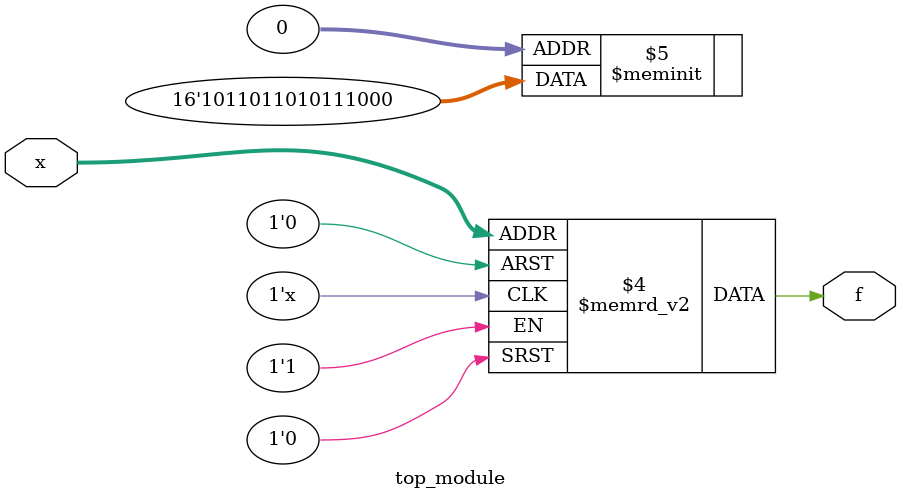
<source format=sv>
module top_module (
	input [4:1] x,
	output logic f
);

always_comb begin
	case (x)
		4'b0000: f = 0; // d
		4'b0001: f = 0;
		4'b0010: f = 0; // d
		4'b0011: f = 1;
		4'b0100: f = 1;
		4'b0101: f = 1;
		4'b0110: f = 0;
		4'b0111: f = 1; // d
		4'b1000: f = 0;
		4'b1001: f = 1;
		4'b1010: f = 1;
		4'b1011: f = 0; // d
		4'b1100: f = 1; // d
		4'b1101: f = 1; // d
		4'b1110: f = 0; // d
		4'b1111: f = 1; // d
	endcase
end
endmodule

</source>
